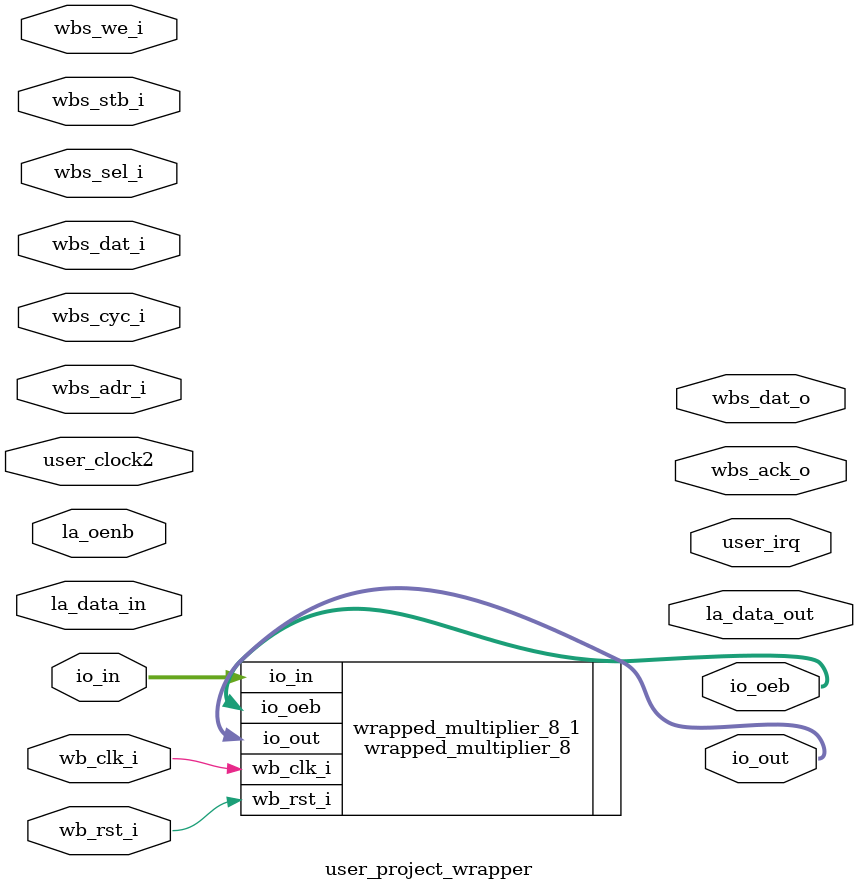
<source format=v>
/* Generated by Yosys 0.22 (git sha1 f109fa3d4c5, gcc 8.3.1 -fPIC -Os) */

module user_project_wrapper(wb_clk_i, wb_rst_i, wbs_stb_i, wbs_cyc_i, wbs_we_i, wbs_sel_i, wbs_dat_i, wbs_adr_i, wbs_ack_o, wbs_dat_o, la_data_in, la_data_out, la_oenb, io_in, io_out, io_oeb, user_clock2, user_irq);
  input [37:0] io_in;
  wire [37:0] io_in;
  output [37:0] io_oeb;
  wire [37:0] io_oeb;
  output [37:0] io_out;
  wire [37:0] io_out;
  input [63:0] la_data_in;
  wire [63:0] la_data_in;
  output [63:0] la_data_out;
  wire [63:0] la_data_out;
  input [63:0] la_oenb;
  wire [63:0] la_oenb;
  input user_clock2;
  wire user_clock2;
  output [2:0] user_irq;
  wire [2:0] user_irq;
  input wb_clk_i;
  wire wb_clk_i;
  input wb_rst_i;
  wire wb_rst_i;
  output wbs_ack_o;
  wire wbs_ack_o;
  input [31:0] wbs_adr_i;
  wire [31:0] wbs_adr_i;
  input wbs_cyc_i;
  wire wbs_cyc_i;
  input [31:0] wbs_dat_i;
  wire [31:0] wbs_dat_i;
  output [31:0] wbs_dat_o;
  wire [31:0] wbs_dat_o;
  input [3:0] wbs_sel_i;
  wire [3:0] wbs_sel_i;
  input wbs_stb_i;
  wire wbs_stb_i;
  input wbs_we_i;
  wire wbs_we_i;
  wrapped_multiplier_8 wrapped_multiplier_8_1 (
    .io_in(io_in),
    .io_oeb(io_oeb),
    .io_out(io_out),
    .wb_clk_i(wb_clk_i),
    .wb_rst_i(wb_rst_i)
  );
endmodule

</source>
